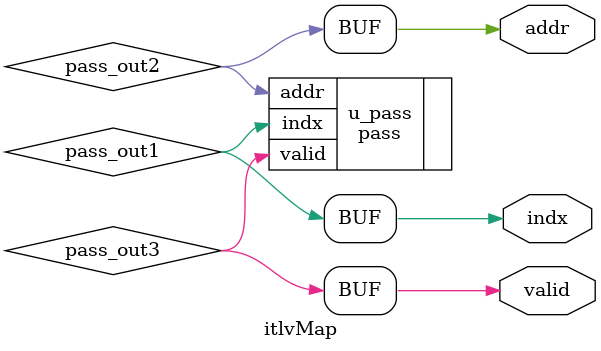
<source format=v>



`timescale 1 ns / 1 ns

module itlvMap
          (indx,
           addr,
           valid);


  output  indx;  // ufix1
  output  addr;  // ufix1
  output  valid;  // ufix1


  wire pass_out1;  // ufix1
  wire pass_out2;  // ufix1
  wire pass_out3;  // ufix1


  pass u_pass (.indx(pass_out1),  // ufix1
               .addr(pass_out2),  // ufix1
               .valid(pass_out3)  // ufix1
               );

  assign indx = pass_out1;

  assign addr = pass_out2;

  assign valid = pass_out3;

endmodule  // itlvMap


</source>
